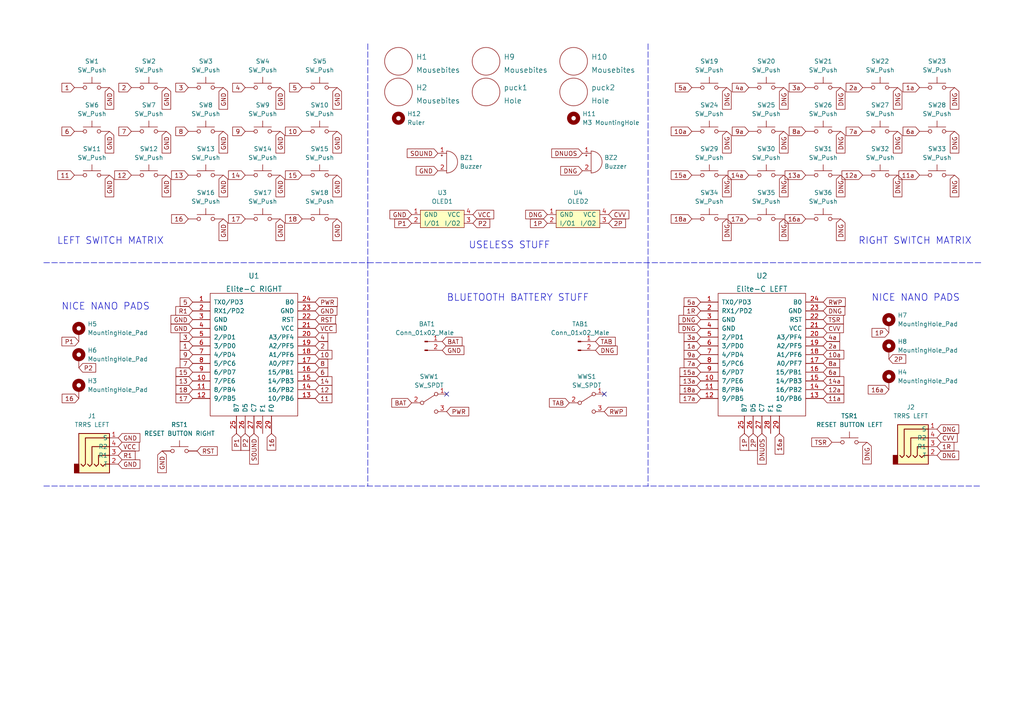
<source format=kicad_sch>
(kicad_sch (version 20211123) (generator eeschema)
  (paper "A4")
  (lib_symbols
    (symbol "AudioJack4_1"
      (property "Reference" "J1" (at -2.54 8.89 0))
      (property "Value" "AudioJack4_1" (at -2.54 6.35 0))
      (symbol "AudioJack4_1_0_1"
        (rectangle (start -6.35 -5.08) (end -7.62 -7.62) (stroke (width 0.254)) (fill (type outline)))
        (polyline (pts (xy 0 -5.08) (xy 0.635 -5.715) (xy 1.27 -5.08) (xy 2.54 -5.08)) (stroke (width 0.254)))
        (polyline (pts (xy -5.715 -5.08) (xy -5.08 -5.715) (xy -4.445 -5.08) (xy -4.445 2.54) (xy 2.54 2.54)) (stroke (width 0.254)))
        (polyline (pts (xy -1.905 -5.08) (xy -1.27 -5.715) (xy -0.635 -5.08) (xy -0.635 -2.54) (xy 2.54 -2.54)) (stroke (width 0.254)))
        (polyline (pts (xy 2.54 0) (xy -2.54 0) (xy -2.54 -5.08) (xy -3.175 -5.715) (xy -3.81 -5.08)) (stroke (width 0.254)))
        (rectangle (start 2.54 3.81) (end -6.35 -7.62) (stroke (width 0.254)) (fill (type background)))
      )
      (symbol "AudioJack4_1_1_1"
        (pin passive line (at 5.08 2.54 180) (length 2.54) (name "S") (number "1"))
        (pin passive line (at 5.08 -5.08 180) (length 2.54) (name "T") (number "2"))
        (pin passive line (at 5.08 -2.54 180) (length 2.54) (name "R1") (number "3"))
        (pin passive line (at 5.08 0 180) (length 2.54) (name "R2") (number "4"))
      )
    )
    (symbol "Connector:Conn_01x02_Male" (pin_names (offset 1.016) hide)
      (property "Reference" "J" (at 0 2.54 0))
      (property "Value" "Conn_01x02_Male" (at 0 -5.08 0))
      (symbol "Conn_01x02_Male_1_1"
        (polyline (pts (xy 1.27 -2.54) (xy 0.8636 -2.54)) (stroke (width 0.1524)))
        (polyline (pts (xy 1.27 0) (xy 0.8636 0)) (stroke (width 0.1524)))
        (rectangle (start 0.8636 -2.413) (end 0 -2.667) (stroke (width 0.1524)) (fill (type outline)))
        (rectangle (start 0.8636 0.127) (end 0 -0.127) (stroke (width 0.1524)) (fill (type outline)))
        (pin passive line (at 5.08 0 180) (length 3.81) (name "Pin_1") (number "1"))
        (pin passive line (at 5.08 -2.54 180) (length 3.81) (name "Pin_2") (number "2"))
      )
    )
    (symbol "Device:Buzzer" (pin_names (offset 0.0254) hide)
      (property "Reference" "BZ" (at 3.81 1.27 0))
      (property "Value" "Buzzer" (at 3.81 -1.27 0))
      (symbol "Buzzer_0_1"
        (arc (start 0 -3.175) (mid 3.175 0) (end 0 3.175))
        (polyline (pts (xy -1.651 1.905) (xy -1.143 1.905)))
        (polyline (pts (xy -1.397 2.159) (xy -1.397 1.651)))
        (polyline (pts (xy 0 3.175) (xy 0 -3.175)))
      )
      (symbol "Buzzer_1_1"
        (pin passive line (at -2.54 2.54 0) (length 2.54) (name "-") (number "1"))
        (pin passive line (at -2.54 -2.54 0) (length 2.54) (name "+") (number "2"))
      )
    )
    (symbol "Keebio-Parts.pretty-master:Elite-C" (pin_names (offset 1.016))
      (property "Reference" "U" (at 0 0 0))
      (property "Value" "Elite-C" (at 0 2.54 0))
      (symbol "Elite-C_0_1"
        (rectangle (start 12.7 -19.05) (end -12.7 16.51))
      )
      (symbol "Elite-C_1_1"
        (pin input line (at -17.78 13.97 0) (length 5.08) (name "TX0/PD3") (number "1"))
        (pin input line (at -17.78 -8.89 0) (length 5.08) (name "7/PE6") (number "10"))
        (pin input line (at -17.78 -11.43 0) (length 5.08) (name "8/PB4") (number "11"))
        (pin input line (at -17.78 -13.97 0) (length 5.08) (name "9/PB5") (number "12"))
        (pin input line (at 17.78 -13.97 180) (length 5.08) (name "10/PB6") (number "13"))
        (pin input line (at 17.78 -11.43 180) (length 5.08) (name "16/PB2") (number "14"))
        (pin input line (at 17.78 -8.89 180) (length 5.08) (name "14/PB3") (number "15"))
        (pin input line (at 17.78 -6.35 180) (length 5.08) (name "15/PB1") (number "16"))
        (pin input line (at 17.78 -3.81 180) (length 5.08) (name "A0/PF7") (number "17"))
        (pin input line (at 17.78 -1.27 180) (length 5.08) (name "A1/PF6") (number "18"))
        (pin input line (at 17.78 1.27 180) (length 5.08) (name "A2/PF5") (number "19"))
        (pin input line (at -17.78 11.43 0) (length 5.08) (name "RX1/PD2") (number "2"))
        (pin input line (at 17.78 3.81 180) (length 5.08) (name "A3/PF4") (number "20"))
        (pin input line (at 17.78 6.35 180) (length 5.08) (name "VCC") (number "21"))
        (pin input line (at 17.78 8.89 180) (length 5.08) (name "RST") (number "22"))
        (pin input line (at 17.78 11.43 180) (length 5.08) (name "GND") (number "23"))
        (pin input line (at 17.78 13.97 180) (length 5.08) (name "B0") (number "24"))
        (pin input line (at -5.08 -24.13 90) (length 5.08) (name "B7") (number "25"))
        (pin input line (at -2.54 -24.13 90) (length 5.08) (name "D5") (number "26"))
        (pin input line (at 0 -24.13 90) (length 5.08) (name "C7") (number "27"))
        (pin input line (at 2.54 -24.13 90) (length 5.08) (name "F1") (number "28"))
        (pin input line (at 5.08 -24.13 90) (length 5.08) (name "F0") (number "29"))
        (pin input line (at -17.78 8.89 0) (length 5.08) (name "GND") (number "3"))
        (pin input line (at -17.78 6.35 0) (length 5.08) (name "GND") (number "4"))
        (pin input line (at -17.78 3.81 0) (length 5.08) (name "2/PD1") (number "5"))
        (pin input line (at -17.78 1.27 0) (length 5.08) (name "3/PD0") (number "6"))
        (pin input line (at -17.78 -1.27 0) (length 5.08) (name "4/PD4") (number "7"))
        (pin input line (at -17.78 -3.81 0) (length 5.08) (name "5/PC6") (number "8"))
        (pin input line (at -17.78 -6.35 0) (length 5.08) (name "6/PD7") (number "9"))
      )
    )
    (symbol "Keebio-Parts.pretty-master:Hole" (pin_names (offset 1.016))
      (property "Reference" "H" (at 0 -1.27 0))
      (property "Value" "Hole" (at 0 1.27 0))
      (symbol "Hole_0_1"
        (circle (center 0 0) (radius 4.0132))
      )
    )
    (symbol "Keebio-Parts.pretty-master:PRTR5V0U2X" (pin_names (offset 1.016))
      (property "Reference" "U" (at 0 7.62 0))
      (property "Value" "PRTR5V0U2X" (at 0 5.08 0))
      (symbol "PRTR5V0U2X_0_1"
        (rectangle (start -6.35 2.54) (end 6.35 -2.54) (fill (type background)))
      )
      (symbol "PRTR5V0U2X_1_1"
        (pin input line (at -8.89 1.27 0) (length 2.54) (name "GND") (number "1"))
        (pin input line (at -8.89 -1.27 0) (length 2.54) (name "I/O1") (number "2"))
        (pin input line (at 8.89 -1.27 180) (length 2.54) (name "I/O2") (number "3"))
        (pin input line (at 8.89 1.27 180) (length 2.54) (name "VCC") (number "4"))
      )
    )
    (symbol "Mechanical:MountingHole" (pin_names (offset 1.016))
      (property "Reference" "H" (at 0 5.08 0))
      (property "Value" "MountingHole" (at 0 3.175 0))
      (symbol "MountingHole_0_1"
        (circle (center 0 0) (radius 1.27) (stroke (width 1.27)))
      )
    )
    (symbol "Mechanical:MountingHole_Pad" (pin_numbers hide) (pin_names (offset 1.016) hide)
      (property "Reference" "H" (at 0 6.35 0))
      (property "Value" "MountingHole_Pad" (at 0 4.445 0))
      (symbol "MountingHole_Pad_0_1"
        (circle (center 0 1.27) (radius 1.27) (stroke (width 1.27)))
      )
      (symbol "MountingHole_Pad_1_1"
        (pin input line (at 0 -2.54 90) (length 2.54) (name "1") (number "1"))
      )
    )
    (symbol "Switch:SW_Push" (pin_numbers hide) (pin_names (offset 1.016) hide)
      (property "Reference" "SW" (at 1.27 2.54 0))
      (property "Value" "SW_Push" (at 0 -1.524 0))
      (symbol "SW_Push_0_1"
        (circle (center -2.032 0) (radius 0.508))
        (polyline (pts (xy 0 1.27) (xy 0 3.048)))
        (polyline (pts (xy 2.54 1.27) (xy -2.54 1.27)))
        (circle (center 2.032 0) (radius 0.508))
        (pin passive line (at -5.08 0 0) (length 2.54) (name "1") (number "1"))
        (pin passive line (at 5.08 0 180) (length 2.54) (name "2") (number "2"))
      )
    )
    (symbol "Switch:SW_SPDT" (pin_names (offset 0) hide)
      (property "Reference" "SW" (at 0 4.318 0))
      (property "Value" "SW_SPDT" (at 0 -5.08 0))
      (symbol "SW_SPDT_0_0"
        (circle (center -2.032 0) (radius 0.508))
        (circle (center 2.032 -2.54) (radius 0.508))
      )
      (symbol "SW_SPDT_0_1"
        (polyline (pts (xy -1.524 0.254) (xy 1.651 2.286)))
        (circle (center 2.032 2.54) (radius 0.508))
      )
      (symbol "SW_SPDT_1_1"
        (pin passive line (at 5.08 2.54 180) (length 2.54) (name "A") (number "1"))
        (pin passive line (at -5.08 0 0) (length 2.54) (name "B") (number "2"))
        (pin passive line (at 5.08 -2.54 180) (length 2.54) (name "C") (number "3"))
      )
    )
  )
  (no_connect (at 129.54 114.3))
  (no_connect (at 175.26 114.3))
  (polyline (pts (xy 12.7 140.97) (xy 284.48 140.97)))
  (polyline (pts (xy 106.68 76.2) (xy 187.96 76.2)))
  (polyline (pts (xy 187.96 76.2) (xy 187.96 140.97)))
  (polyline (pts (xy 106.68 12.7) (xy 106.68 76.2)))
  (polyline (pts (xy 12.7 76.2) (xy 106.68 76.2)))
  (polyline (pts (xy 284.48 76.2) (xy 187.96 76.2)))
  (polyline (pts (xy 106.68 76.2) (xy 106.68 140.97)))
  (polyline (pts (xy 187.96 12.7) (xy 187.96 76.2)))
  (text "RIGHT SWITCH MATRIX" (at 248.92 71.12 0) (effects (font (size 2 2)) (justify left bottom)))
  (text "NICE NANO PADS" (at 252.73 87.63 0) (effects (font (size 2 2)) (justify left bottom)))
  (text "USELESS STUFF" (at 135.89 72.39 0) (effects (font (size 2 2)) (justify left bottom)))
  (text "LEFT SWITCH MATRIX" (at 16.51 71.12 0) (effects (font (size 2 2)) (justify left bottom)))
  (text "BLUETOOTH BATTERY STUFF" (at 129.54 87.63 0) (effects (font (size 2 2)) (justify left bottom)))
  (text "NICE NANO PADS" (at 17.78 90.17 0) (effects (font (size 2 2)) (justify left bottom)))
  (global_label "10" (shape input) (at 87.63 38.1 180) (property "Intersheet References" "${INTERSHEET_REFS}" (effects hide)))
  (global_label "1P" (shape input) (at 257.81 96.52 180) (property "Intersheet References" "${INTERSHEET_REFS}" (effects hide)))
  (global_label "DNG" (shape input) (at 227.33 63.5 270) (property "Intersheet References" "${INTERSHEET_REFS}" (effects hide)))
  (global_label "GND" (shape input) (at 34.29 134.62 0) (property "Intersheet References" "${INTERSHEET_REFS}" (effects hide)))
  (global_label "17a" (shape input) (at 217.17 63.5 180) (property "Intersheet References" "${INTERSHEET_REFS}" (effects hide)))
  (global_label "DNG" (shape input) (at 227.33 38.1 270) (property "Intersheet References" "${INTERSHEET_REFS}" (effects hide)))
  (global_label "11a" (shape input) (at 238.76 115.57 0) (property "Intersheet References" "${INTERSHEET_REFS}" (effects hide)))
  (global_label "GND" (shape input) (at 55.88 95.25 180) (property "Intersheet References" "${INTERSHEET_REFS}" (effects hide)))
  (global_label "10a" (shape input) (at 238.76 102.87 0) (property "Intersheet References" "${INTERSHEET_REFS}" (effects hide)))
  (global_label "GND" (shape input) (at 31.75 38.1 270) (property "Intersheet References" "${INTERSHEET_REFS}" (effects hide)))
  (global_label "RST" (shape input) (at 57.15 130.81 0) (property "Intersheet References" "${INTERSHEET_REFS}" (effects hide)))
  (global_label "DNG" (shape input) (at 238.76 90.17 0) (property "Intersheet References" "${INTERSHEET_REFS}" (effects hide)))
  (global_label "17a" (shape input) (at 203.2 115.57 180) (property "Intersheet References" "${INTERSHEET_REFS}" (effects hide)))
  (global_label "DNG" (shape input) (at 203.2 92.71 180) (property "Intersheet References" "${INTERSHEET_REFS}" (effects hide)))
  (global_label "15" (shape input) (at 87.63 50.8 180) (property "Intersheet References" "${INTERSHEET_REFS}" (effects hide)))
  (global_label "16a" (shape input) (at 257.81 113.03 180) (property "Intersheet References" "${INTERSHEET_REFS}" (effects hide)))
  (global_label "DNG" (shape input) (at 260.35 50.8 270) (property "Intersheet References" "${INTERSHEET_REFS}" (effects hide)))
  (global_label "4" (shape input) (at 91.44 97.79 0) (property "Intersheet References" "${INTERSHEET_REFS}" (effects hide)))
  (global_label "14a" (shape input) (at 238.76 110.49 0) (property "Intersheet References" "${INTERSHEET_REFS}" (effects hide)))
  (global_label "11a" (shape input) (at 266.7 50.8 180) (property "Intersheet References" "${INTERSHEET_REFS}" (effects hide)))
  (global_label "8" (shape input) (at 54.61 38.1 180) (property "Intersheet References" "${INTERSHEET_REFS}" (effects hide)))
  (global_label "GND" (shape input) (at 48.26 25.4 270) (property "Intersheet References" "${INTERSHEET_REFS}" (effects hide)))
  (global_label "GND" (shape input) (at 31.75 25.4 270) (property "Intersheet References" "${INTERSHEET_REFS}" (effects hide)))
  (global_label "TAB" (shape input) (at 172.72 99.06 0) (property "Intersheet References" "${INTERSHEET_REFS}" (effects hide)))
  (global_label "18" (shape input) (at 55.88 113.03 180) (property "Intersheet References" "${INTERSHEET_REFS}" (effects hide)))
  (global_label "DNG" (shape input) (at 243.84 63.5 270) (property "Intersheet References" "${INTERSHEET_REFS}" (effects hide)))
  (global_label "18a" (shape input) (at 200.66 63.5 180) (property "Intersheet References" "${INTERSHEET_REFS}" (effects hide)))
  (global_label "16" (shape input) (at 54.61 63.5 180) (property "Intersheet References" "${INTERSHEET_REFS}" (effects hide)))
  (global_label "14a" (shape input) (at 217.17 50.8 180) (property "Intersheet References" "${INTERSHEET_REFS}" (effects hide)))
  (global_label "13a" (shape input) (at 233.68 50.8 180) (property "Intersheet References" "${INTERSHEET_REFS}" (effects hide)))
  (global_label "11" (shape input) (at 21.59 50.8 180) (property "Intersheet References" "${INTERSHEET_REFS}" (effects hide)))
  (global_label "RWP" (shape input) (at 238.76 87.63 0) (property "Intersheet References" "${INTERSHEET_REFS}" (effects hide)))
  (global_label "7a" (shape input) (at 250.19 38.1 180) (property "Intersheet References" "${INTERSHEET_REFS}" (effects hide)))
  (global_label "TSR" (shape input) (at 241.3 128.27 180) (property "Intersheet References" "${INTERSHEET_REFS}" (effects hide)))
  (global_label "8a" (shape input) (at 238.76 105.41 0) (property "Intersheet References" "${INTERSHEET_REFS}" (effects hide)))
  (global_label "GND" (shape input) (at 48.26 50.8 270) (property "Intersheet References" "${INTERSHEET_REFS}" (effects hide)))
  (global_label "DNG" (shape input) (at 168.91 49.53 180) (property "Intersheet References" "${INTERSHEET_REFS}" (effects hide)))
  (global_label "DNG" (shape input) (at 172.72 101.6 0) (property "Intersheet References" "${INTERSHEET_REFS}" (effects hide)))
  (global_label "2a" (shape input) (at 238.76 100.33 0) (property "Intersheet References" "${INTERSHEET_REFS}" (effects hide)))
  (global_label "9a" (shape input) (at 217.17 38.1 180) (property "Intersheet References" "${INTERSHEET_REFS}" (effects hide)))
  (global_label "9" (shape input) (at 55.88 102.87 180) (property "Intersheet References" "${INTERSHEET_REFS}" (effects hide)))
  (global_label "15a" (shape input) (at 203.2 107.95 180) (property "Intersheet References" "${INTERSHEET_REFS}" (effects hide)))
  (global_label "9" (shape input) (at 71.12 38.1 180) (property "Intersheet References" "${INTERSHEET_REFS}" (effects hide)))
  (global_label "GND" (shape input) (at 81.28 25.4 270) (property "Intersheet References" "${INTERSHEET_REFS}" (effects hide)))
  (global_label "4a" (shape input) (at 217.17 25.4 180) (property "Intersheet References" "${INTERSHEET_REFS}" (effects hide)))
  (global_label "DNG" (shape input) (at 271.78 132.08 0) (property "Intersheet References" "${INTERSHEET_REFS}" (effects hide)))
  (global_label "13" (shape input) (at 55.88 110.49 180) (property "Intersheet References" "${INTERSHEET_REFS}" (effects hide)))
  (global_label "11" (shape input) (at 91.44 115.57 0) (property "Intersheet References" "${INTERSHEET_REFS}" (effects hide)))
  (global_label "DNG" (shape input) (at 271.78 124.46 0) (property "Intersheet References" "${INTERSHEET_REFS}" (effects hide)))
  (global_label "DNUOS" (shape input) (at 168.91 44.45 180) (property "Intersheet References" "${INTERSHEET_REFS}" (effects hide)))
  (global_label "P1" (shape input) (at 119.38 64.77 180) (property "Intersheet References" "${INTERSHEET_REFS}" (effects hide)))
  (global_label "R1" (shape input) (at 34.29 132.08 0) (property "Intersheet References" "${INTERSHEET_REFS}" (effects hide)))
  (global_label "SOUND" (shape input) (at 127 44.45 180) (property "Intersheet References" "${INTERSHEET_REFS}" (effects hide)))
  (global_label "P1" (shape input) (at 22.86 99.06 180) (property "Intersheet References" "${INTERSHEET_REFS}" (effects hide)))
  (global_label "2a" (shape input) (at 250.19 25.4 180) (property "Intersheet References" "${INTERSHEET_REFS}" (effects hide)))
  (global_label "3a" (shape input) (at 203.2 97.79 180) (property "Intersheet References" "${INTERSHEET_REFS}" (effects hide)))
  (global_label "16a" (shape input) (at 233.68 63.5 180) (property "Intersheet References" "${INTERSHEET_REFS}" (effects hide)))
  (global_label "DNG" (shape input) (at 260.35 25.4 270) (property "Intersheet References" "${INTERSHEET_REFS}" (effects hide)))
  (global_label "R1" (shape input) (at 55.88 90.17 180) (property "Intersheet References" "${INTERSHEET_REFS}" (effects hide)))
  (global_label "GND" (shape input) (at 31.75 50.8 270) (property "Intersheet References" "${INTERSHEET_REFS}" (effects hide)))
  (global_label "DNG" (shape input) (at 227.33 25.4 270) (property "Intersheet References" "${INTERSHEET_REFS}" (effects hide)))
  (global_label "5a" (shape input) (at 203.2 87.63 180) (property "Intersheet References" "${INTERSHEET_REFS}" (effects hide)))
  (global_label "DNUOS" (shape input) (at 220.98 125.73 270) (property "Intersheet References" "${INTERSHEET_REFS}" (effects hide)))
  (global_label "DNG" (shape input) (at 243.84 25.4 270) (property "Intersheet References" "${INTERSHEET_REFS}" (effects hide)))
  (global_label "7" (shape input) (at 38.1 38.1 180) (property "Intersheet References" "${INTERSHEET_REFS}" (effects hide)))
  (global_label "VCC" (shape input) (at 91.44 95.25 0) (property "Intersheet References" "${INTERSHEET_REFS}" (effects hide)))
  (global_label "DNG" (shape input) (at 210.82 50.8 270) (property "Intersheet References" "${INTERSHEET_REFS}" (effects hide)))
  (global_label "GND" (shape input) (at 97.79 38.1 270) (property "Intersheet References" "${INTERSHEET_REFS}" (effects hide)))
  (global_label "15" (shape input) (at 55.88 107.95 180) (property "Intersheet References" "${INTERSHEET_REFS}" (effects hide)))
  (global_label "TSR" (shape input) (at 238.76 92.71 0) (property "Intersheet References" "${INTERSHEET_REFS}" (effects hide)))
  (global_label "GND" (shape input) (at 119.38 62.23 180) (property "Intersheet References" "${INTERSHEET_REFS}" (effects hide)))
  (global_label "2P" (shape input) (at 176.53 64.77 0) (property "Intersheet References" "${INTERSHEET_REFS}" (effects hide)))
  (global_label "5a" (shape input) (at 200.66 25.4 180) (property "Intersheet References" "${INTERSHEET_REFS}" (effects hide)))
  (global_label "3" (shape input) (at 54.61 25.4 180) (property "Intersheet References" "${INTERSHEET_REFS}" (effects hide)))
  (global_label "9a" (shape input) (at 203.2 102.87 180) (property "Intersheet References" "${INTERSHEET_REFS}" (effects hide)))
  (global_label "17" (shape input) (at 71.12 63.5 180) (property "Intersheet References" "${INTERSHEET_REFS}" (effects hide)))
  (global_label "BAT" (shape input) (at 119.38 116.84 180) (property "Intersheet References" "${INTERSHEET_REFS}" (effects hide)))
  (global_label "3" (shape input) (at 55.88 97.79 180) (property "Intersheet References" "${INTERSHEET_REFS}" (effects hide)))
  (global_label "1P" (shape input) (at 215.9 125.73 270) (property "Intersheet References" "${INTERSHEET_REFS}" (effects hide)))
  (global_label "1a" (shape input) (at 203.2 100.33 180) (property "Intersheet References" "${INTERSHEET_REFS}" (effects hide)))
  (global_label "DNG" (shape input) (at 210.82 25.4 270) (property "Intersheet References" "${INTERSHEET_REFS}" (effects hide)))
  (global_label "4a" (shape input) (at 238.76 97.79 0) (property "Intersheet References" "${INTERSHEET_REFS}" (effects hide)))
  (global_label "DNG" (shape input) (at 203.2 95.25 180) (property "Intersheet References" "${INTERSHEET_REFS}" (effects hide)))
  (global_label "RST" (shape input) (at 91.44 92.71 0) (property "Intersheet References" "${INTERSHEET_REFS}" (effects hide)))
  (global_label "18" (shape input) (at 87.63 63.5 180) (property "Intersheet References" "${INTERSHEET_REFS}" (effects hide)))
  (global_label "GND" (shape input) (at 97.79 63.5 270) (property "Intersheet References" "${INTERSHEET_REFS}" (effects hide)))
  (global_label "16" (shape input) (at 78.74 125.73 270) (property "Intersheet References" "${INTERSHEET_REFS}" (effects hide)))
  (global_label "GND" (shape input) (at 48.26 38.1 270) (property "Intersheet References" "${INTERSHEET_REFS}" (effects hide)))
  (global_label "TAB" (shape input) (at 165.1 116.84 180) (property "Intersheet References" "${INTERSHEET_REFS}" (effects hide)))
  (global_label "1R" (shape input) (at 271.78 129.54 0) (property "Intersheet References" "${INTERSHEET_REFS}" (effects hide)))
  (global_label "PWR" (shape input) (at 129.54 119.38 0) (property "Intersheet References" "${INTERSHEET_REFS}" (effects hide)))
  (global_label "2" (shape input) (at 91.44 100.33 0) (property "Intersheet References" "${INTERSHEET_REFS}" (effects hide)))
  (global_label "BAT" (shape input) (at 128.27 99.06 0) (property "Intersheet References" "${INTERSHEET_REFS}" (effects hide)))
  (global_label "DNG" (shape input) (at 158.75 62.23 180) (property "Intersheet References" "${INTERSHEET_REFS}" (effects hide)))
  (global_label "GND" (shape input) (at 97.79 25.4 270) (property "Intersheet References" "${INTERSHEET_REFS}" (effects hide)))
  (global_label "1P" (shape input) (at 158.75 64.77 180) (property "Intersheet References" "${INTERSHEET_REFS}" (effects hide)))
  (global_label "GND" (shape input) (at 55.88 92.71 180) (property "Intersheet References" "${INTERSHEET_REFS}" (effects hide)))
  (global_label "DNG" (shape input) (at 227.33 50.8 270) (property "Intersheet References" "${INTERSHEET_REFS}" (effects hide)))
  (global_label "DNG" (shape input) (at 251.46 128.27 270) (property "Intersheet References" "${INTERSHEET_REFS}" (effects hide)))
  (global_label "6a" (shape input) (at 266.7 38.1 180) (property "Intersheet References" "${INTERSHEET_REFS}" (effects hide)))
  (global_label "14" (shape input) (at 71.12 50.8 180) (property "Intersheet References" "${INTERSHEET_REFS}" (effects hide)))
  (global_label "8a" (shape input) (at 233.68 38.1 180) (property "Intersheet References" "${INTERSHEET_REFS}" (effects hide)))
  (global_label "10a" (shape input) (at 200.66 38.1 180) (property "Intersheet References" "${INTERSHEET_REFS}" (effects hide)))
  (global_label "VCC" (shape input) (at 137.16 62.23 0) (property "Intersheet References" "${INTERSHEET_REFS}" (effects hide)))
  (global_label "GND" (shape input) (at 128.27 101.6 0) (property "Intersheet References" "${INTERSHEET_REFS}" (effects hide)))
  (global_label "6" (shape input) (at 21.59 38.1 180) (property "Intersheet References" "${INTERSHEET_REFS}" (effects hide)))
  (global_label "5" (shape input) (at 55.88 87.63 180) (property "Intersheet References" "${INTERSHEET_REFS}" (effects hide)))
  (global_label "GND" (shape input) (at 64.77 25.4 270) (property "Intersheet References" "${INTERSHEET_REFS}" (effects hide)))
  (global_label "SOUND" (shape input) (at 73.66 125.73 270) (property "Intersheet References" "${INTERSHEET_REFS}" (effects hide)))
  (global_label "DNG" (shape input) (at 260.35 38.1 270) (property "Intersheet References" "${INTERSHEET_REFS}" (effects hide)))
  (global_label "13" (shape input) (at 54.61 50.8 180) (property "Intersheet References" "${INTERSHEET_REFS}" (effects hide)))
  (global_label "12" (shape input) (at 91.44 113.03 0) (property "Intersheet References" "${INTERSHEET_REFS}" (effects hide)))
  (global_label "2" (shape input) (at 38.1 25.4 180) (property "Intersheet References" "${INTERSHEET_REFS}" (effects hide)))
  (global_label "12" (shape input) (at 38.1 50.8 180) (property "Intersheet References" "${INTERSHEET_REFS}" (effects hide)))
  (global_label "16" (shape input) (at 22.86 115.57 180) (property "Intersheet References" "${INTERSHEET_REFS}" (effects hide)))
  (global_label "GND" (shape input) (at 64.77 63.5 270) (property "Intersheet References" "${INTERSHEET_REFS}" (effects hide)))
  (global_label "7a" (shape input) (at 203.2 105.41 180) (property "Intersheet References" "${INTERSHEET_REFS}" (effects hide)))
  (global_label "10" (shape input) (at 91.44 102.87 0) (property "Intersheet References" "${INTERSHEET_REFS}" (effects hide)))
  (global_label "15a" (shape input) (at 200.66 50.8 180) (property "Intersheet References" "${INTERSHEET_REFS}" (effects hide)))
  (global_label "17" (shape input) (at 55.88 115.57 180) (property "Intersheet References" "${INTERSHEET_REFS}" (effects hide)))
  (global_label "4" (shape input) (at 71.12 25.4 180) (property "Intersheet References" "${INTERSHEET_REFS}" (effects hide)))
  (global_label "RWP" (shape input) (at 175.26 119.38 0) (property "Intersheet References" "${INTERSHEET_REFS}" (effects hide)))
  (global_label "CVV" (shape input) (at 271.78 127 0) (property "Intersheet References" "${INTERSHEET_REFS}" (effects hide)))
  (global_label "6a" (shape input) (at 238.76 107.95 0) (property "Intersheet References" "${INTERSHEET_REFS}" (effects hide)))
  (global_label "12a" (shape input) (at 238.76 113.03 0) (property "Intersheet References" "${INTERSHEET_REFS}" (effects hide)))
  (global_label "DNG" (shape input) (at 210.82 38.1 270) (property "Intersheet References" "${INTERSHEET_REFS}" (effects hide)))
  (global_label "DNG" (shape input) (at 243.84 38.1 270) (property "Intersheet References" "${INTERSHEET_REFS}" (effects hide)))
  (global_label "GND" (shape input) (at 64.77 50.8 270) (property "Intersheet References" "${INTERSHEET_REFS}" (effects hide)))
  (global_label "3a" (shape input) (at 233.68 25.4 180) (property "Intersheet References" "${INTERSHEET_REFS}" (effects hide)))
  (global_label "P2" (shape input) (at 22.86 106.68 0) (property "Intersheet References" "${INTERSHEET_REFS}" (effects hide)))
  (global_label "GND" (shape input) (at 127 49.53 180) (property "Intersheet References" "${INTERSHEET_REFS}" (effects hide)))
  (global_label "DNG" (shape input) (at 276.86 50.8 270) (property "Intersheet References" "${INTERSHEET_REFS}" (effects hide)))
  (global_label "DNG" (shape input) (at 243.84 50.8 270) (property "Intersheet References" "${INTERSHEET_REFS}" (effects hide)))
  (global_label "GND" (shape input) (at 81.28 38.1 270) (property "Intersheet References" "${INTERSHEET_REFS}" (effects hide)))
  (global_label "1" (shape input) (at 21.59 25.4 180) (property "Intersheet References" "${INTERSHEET_REFS}" (effects hide)))
  (global_label "16a" (shape input) (at 226.06 125.73 270) (property "Intersheet References" "${INTERSHEET_REFS}" (effects hide)))
  (global_label "DNG" (shape input) (at 276.86 38.1 270) (property "Intersheet References" "${INTERSHEET_REFS}" (effects hide)))
  (global_label "12a" (shape input) (at 250.19 50.8 180) (property "Intersheet References" "${INTERSHEET_REFS}" (effects hide)))
  (global_label "5" (shape input) (at 87.63 25.4 180) (property "Intersheet References" "${INTERSHEET_REFS}" (effects hide)))
  (global_label "GND" (shape input) (at 46.99 130.81 270) (property "Intersheet References" "${INTERSHEET_REFS}" (effects hide)))
  (global_label "P2" (shape input) (at 71.12 125.73 270) (property "Intersheet References" "${INTERSHEET_REFS}" (effects hide)))
  (global_label "GND" (shape input) (at 97.79 50.8 270) (property "Intersheet References" "${INTERSHEET_REFS}" (effects hide)))
  (global_label "CVV" (shape input) (at 238.76 95.25 0) (property "Intersheet References" "${INTERSHEET_REFS}" (effects hide)))
  (global_label "8" (shape input) (at 91.44 105.41 0) (property "Intersheet References" "${INTERSHEET_REFS}" (effects hide)))
  (global_label "GND" (shape input) (at 81.28 50.8 270) (property "Intersheet References" "${INTERSHEET_REFS}" (effects hide)))
  (global_label "2P" (shape input) (at 218.44 125.73 270) (property "Intersheet References" "${INTERSHEET_REFS}" (effects hide)))
  (global_label "P2" (shape input) (at 137.16 64.77 0) (property "Intersheet References" "${INTERSHEET_REFS}" (effects hide)))
  (global_label "GND" (shape input) (at 81.28 63.5 270) (property "Intersheet References" "${INTERSHEET_REFS}" (effects hide)))
  (global_label "CVV" (shape input) (at 176.53 62.23 0) (property "Intersheet References" "${INTERSHEET_REFS}" (effects hide)))
  (global_label "DNG" (shape input) (at 210.82 63.5 270) (property "Intersheet References" "${INTERSHEET_REFS}" (effects hide)))
  (global_label "DNG" (shape input) (at 276.86 25.4 270) (property "Intersheet References" "${INTERSHEET_REFS}" (effects hide)))
  (global_label "13a" (shape input) (at 203.2 110.49 180) (property "Intersheet References" "${INTERSHEET_REFS}" (effects hide)))
  (global_label "GND" (shape input) (at 64.77 38.1 270) (property "Intersheet References" "${INTERSHEET_REFS}" (effects hide)))
  (global_label "P1" (shape input) (at 68.58 125.73 270) (property "Intersheet References" "${INTERSHEET_REFS}" (effects hide)))
  (global_label "1" (shape input) (at 55.88 100.33 180) (property "Intersheet References" "${INTERSHEET_REFS}" (effects hide)))
  (global_label "1a" (shape input) (at 266.7 25.4 180) (property "Intersheet References" "${INTERSHEET_REFS}" (effects hide)))
  (global_label "2P" (shape input) (at 257.81 104.14 0) (property "Intersheet References" "${INTERSHEET_REFS}" (effects hide)))
  (global_label "18a" (shape input) (at 203.2 113.03 180) (property "Intersheet References" "${INTERSHEET_REFS}" (effects hide)))
  (global_label "GND" (shape input) (at 34.29 127 0) (property "Intersheet References" "${INTERSHEET_REFS}" (effects hide)))
  (global_label "14" (shape input) (at 91.44 110.49 0) (property "Intersheet References" "${INTERSHEET_REFS}" (effects hide)))
  (global_label "VCC" (shape input) (at 34.29 129.54 0) (property "Intersheet References" "${INTERSHEET_REFS}" (effects hide)))
  (global_label "6" (shape input) (at 91.44 107.95 0) (property "Intersheet References" "${INTERSHEET_REFS}" (effects hide)))
  (global_label "GND" (shape input) (at 91.44 90.17 0) (property "Intersheet References" "${INTERSHEET_REFS}" (effects hide)))
  (global_label "7" (shape input) (at 55.88 105.41 180) (property "Intersheet References" "${INTERSHEET_REFS}" (effects hide)))
  (global_label "PWR" (shape input) (at 91.44 87.63 0) (property "Intersheet References" "${INTERSHEET_REFS}" (effects hide)))
  (global_label "1R" (shape input) (at 203.2 90.17 180) (property "Intersheet References" "${INTERSHEET_REFS}" (effects hide)))
  (symbol (lib_id "Keebio-Parts.pretty-master:PRTR5V0U2X") (at 128.27 63.5 0) (unit 1)
    (property "Reference" "U3" (at 128.27 55.88 0))
    (property "Value" "OLED1" (at 128.27 58.42 0))
    (property "Footprint" "Keebio-Parts.pretty-master:I2C_Breakout" (effects hide))
  )
  (symbol (lib_id "Switch:SW_SPDT") (at 124.46 116.84 0) (unit 1)
    (property "Reference" "SWW1" (at 124.46 109.22 0))
    (property "Value" "SW_SPDT" (at 124.46 111.76 0))
    (property "Footprint" "Beibob:SW_SPDT_PCM12" (effects hide))
  )
  (symbol (lib_id "Mechanical:MountingHole_Pad") (at 257.81 101.6 0) (unit 1)
    (property "Reference" "H8" (at 260.35 99.0599 0) (effects (justify left)))
    (property "Value" "MountingHole_Pad" (at 260.35 101.5999 0) (effects (justify left)))
    (property "Footprint" "Keebio-Parts.pretty-master:SinglePad" (effects hide))
  )
  (symbol (lib_id "Keebio-Parts.pretty-master:Hole") (at 166.37 26.67 0) (unit 1)
    (property "Reference" "puck2" (at 171.45 25.4 0) (effects (font (size 1.524 1.524)) (justify left)))
    (property "Value" "Hole" (at 171.45 29.21 0) (effects (font (size 1.524 1.524)) (justify left)))
    (property "Footprint" "Beibob:Tenting_Puck" (effects hide))
  )
  (symbol (lib_id "Switch:SW_Push") (at 59.69 50.8 0) (unit 1)
    (property "Reference" "SW13" (at 59.69 43.18 0))
    (property "Value" "SW_Push" (at 59.69 45.72 0))
    (property "Footprint" "Beibob:Kailh_socket_PG1350_optional" (effects hide))
  )
  (symbol (lib_id "Device:Buzzer") (at 129.54 46.99 0) (unit 1)
    (property "Reference" "BZ1" (at 133.35 45.7199 0) (effects (justify left)))
    (property "Value" "Buzzer" (at 133.35 48.2599 0) (effects (justify left)))
    (property "Footprint" "Buzzer_Beeper:Buzzer_Mallory_AST1109MLTRQ" (effects hide))
  )
  (symbol (lib_id "Switch:SW_Push") (at 246.38 128.27 0) (unit 1)
    (property "Reference" "TSR1" (at 246.38 120.65 0))
    (property "Value" "RESET BUTTON LEFT" (at 246.38 123.19 0))
    (property "Footprint" "Beibob:ResetSW" (effects hide))
  )
  (symbol (lib_id "Switch:SW_Push") (at 238.76 38.1 0) (unit 1)
    (property "Reference" "SW26" (at 238.76 30.48 0))
    (property "Value" "SW_Push" (at 238.76 33.02 0))
    (property "Footprint" "Beibob:Kailh_socket_PG1350_optional" (effects hide))
  )
  (symbol (lib_id "Switch:SW_Push") (at 76.2 25.4 0) (unit 1)
    (property "Reference" "SW4" (at 76.2 17.78 0))
    (property "Value" "SW_Push" (at 76.2 20.32 0))
    (property "Footprint" "Beibob:Kailh_socket_PG1350_optional" (effects hide))
  )
  (symbol (lib_id "Connector:Conn_01x02_Male") (at 123.19 99.06 0) (unit 1)
    (property "Reference" "BAT1" (at 123.825 93.98 0))
    (property "Value" "Conn_01x02_Male" (at 123.19 96.52 0))
    (property "Footprint" "Beibob:BAT" (effects hide))
  )
  (symbol (lib_id "Mechanical:MountingHole_Pad") (at 22.86 113.03 0) (unit 1)
    (property "Reference" "H3" (at 25.4 110.4899 0) (effects (justify left)))
    (property "Value" "MountingHole_Pad" (at 25.4 113.0299 0) (effects (justify left)))
    (property "Footprint" "Keebio-Parts.pretty-master:SinglePad" (effects hide))
  )
  (symbol (lib_id "Switch:SW_Push") (at 76.2 50.8 0) (unit 1)
    (property "Reference" "SW14" (at 76.2 43.18 0))
    (property "Value" "SW_Push" (at 76.2 45.72 0))
    (property "Footprint" "Beibob:Kailh_socket_PG1350_optional" (effects hide))
  )
  (symbol (lib_id "Switch:SW_Push") (at 205.74 38.1 0) (unit 1)
    (property "Reference" "SW24" (at 205.74 30.48 0))
    (property "Value" "SW_Push" (at 205.74 33.02 0))
    (property "Footprint" "Beibob:Kailh_socket_PG1350_optional" (effects hide))
  )
  (symbol (lib_id "Switch:SW_Push") (at 59.69 25.4 0) (unit 1)
    (property "Reference" "SW3" (at 59.69 17.78 0))
    (property "Value" "SW_Push" (at 59.69 20.32 0))
    (property "Footprint" "Beibob:Kailh_socket_PG1350_optional" (effects hide))
  )
  (symbol (lib_id "Keebio-Parts.pretty-master:Hole") (at 115.57 17.78 0) (unit 1)
    (property "Reference" "H1" (at 120.65 16.51 0) (effects (font (size 1.524 1.524)) (justify left)))
    (property "Value" "Mousebites" (at 120.65 20.32 0) (effects (font (size 1.524 1.524)) (justify left)))
    (property "Footprint" "Keebio-Parts.pretty-master:breakaway-mousebites" (effects hide))
  )
  (symbol (lib_id "Switch:SW_Push") (at 76.2 38.1 0) (unit 1)
    (property "Reference" "SW9" (at 76.2 30.48 0))
    (property "Value" "SW_Push" (at 76.2 33.02 0))
    (property "Footprint" "Beibob:Kailh_socket_PG1350_optional" (effects hide))
  )
  (symbol (lib_id "Switch:SW_Push") (at 255.27 25.4 0) (unit 1)
    (property "Reference" "SW22" (at 255.27 17.78 0))
    (property "Value" "SW_Push" (at 255.27 20.32 0))
    (property "Footprint" "Beibob:Kailh_socket_PG1350_optional" (effects hide))
  )
  (symbol (lib_id "Switch:SW_Push") (at 255.27 38.1 0) (unit 1)
    (property "Reference" "SW27" (at 255.27 30.48 0))
    (property "Value" "SW_Push" (at 255.27 33.02 0))
    (property "Footprint" "Beibob:Kailh_socket_PG1350_optional" (effects hide))
  )
  (symbol (lib_id "Switch:SW_Push") (at 92.71 63.5 0) (unit 1)
    (property "Reference" "SW18" (at 92.71 55.88 0))
    (property "Value" "SW_Push" (at 92.71 58.42 0))
    (property "Footprint" "Beibob:Kailh_socket_PG1350_optional" (effects hide))
  )
  (symbol (lib_id "Switch:SW_Push") (at 26.67 38.1 0) (unit 1)
    (property "Reference" "SW6" (at 26.67 30.48 0))
    (property "Value" "SW_Push" (at 26.67 33.02 0))
    (property "Footprint" "Beibob:Kailh_socket_PG1350_optional" (effects hide))
  )
  (symbol (lib_id "Keebio-Parts.pretty-master:Hole") (at 115.57 26.67 0) (unit 1)
    (property "Reference" "H2" (at 120.65 25.4 0) (effects (font (size 1.524 1.524)) (justify left)))
    (property "Value" "Mousebites" (at 120.65 29.21 0) (effects (font (size 1.524 1.524)) (justify left)))
    (property "Footprint" "Keebio-Parts.pretty-master:breakaway-mousebites" (effects hide))
  )
  (symbol (lib_id "Mechanical:MountingHole_Pad") (at 257.81 93.98 0) (unit 1)
    (property "Reference" "H7" (at 260.35 91.4399 0) (effects (justify left)))
    (property "Value" "MountingHole_Pad" (at 260.35 93.9799 0) (effects (justify left)))
    (property "Footprint" "Keebio-Parts.pretty-master:SinglePad" (effects hide))
  )
  (symbol (lib_id "Switch:SW_Push") (at 222.25 63.5 0) (unit 1)
    (property "Reference" "SW35" (at 222.25 55.88 0))
    (property "Value" "SW_Push" (at 222.25 58.42 0))
    (property "Footprint" "Beibob:Kailh_socket_PG1350_optional" (effects hide))
  )
  (symbol (lib_id "Device:Buzzer") (at 171.45 46.99 0) (unit 1)
    (property "Reference" "BZ2" (at 175.26 45.7199 0) (effects (justify left)))
    (property "Value" "Buzzer" (at 175.26 48.2599 0) (effects (justify left)))
    (property "Footprint" "Buzzer_Beeper:Buzzer_Mallory_AST1109MLTRQ" (effects hide))
  )
  (symbol (lib_id "Switch:SW_Push") (at 255.27 50.8 0) (unit 1)
    (property "Reference" "SW32" (at 255.27 43.18 0))
    (property "Value" "SW_Push" (at 255.27 45.72 0))
    (property "Footprint" "Beibob:Kailh_socket_PG1350_optional" (effects hide))
  )
  (symbol (lib_id "Connector:Conn_01x02_Male") (at 167.64 99.06 0) (unit 1)
    (property "Reference" "TAB1" (at 168.275 93.98 0))
    (property "Value" "Conn_01x02_Male" (at 168.275 96.52 0))
    (property "Footprint" "Beibob:BAT" (effects hide))
  )
  (symbol (lib_id "Mechanical:MountingHole_Pad") (at 257.81 110.49 0) (unit 1)
    (property "Reference" "H4" (at 260.35 107.9499 0) (effects (justify left)))
    (property "Value" "MountingHole_Pad" (at 260.35 110.4899 0) (effects (justify left)))
    (property "Footprint" "Keebio-Parts.pretty-master:SinglePad" (effects hide))
  )
  (symbol (lib_id "Switch:SW_Push") (at 26.67 25.4 0) (unit 1)
    (property "Reference" "SW1" (at 26.67 17.78 0))
    (property "Value" "SW_Push" (at 26.67 20.32 0))
    (property "Footprint" "Beibob:Kailh_socket_PG1350_optional" (effects hide))
  )
  (symbol (lib_id "Switch:SW_Push") (at 92.71 50.8 0) (unit 1)
    (property "Reference" "SW15" (at 92.71 43.18 0))
    (property "Value" "SW_Push" (at 92.71 45.72 0))
    (property "Footprint" "Beibob:Kailh_socket_PG1350_optional" (effects hide))
  )
  (symbol (lib_id "Switch:SW_Push") (at 43.18 50.8 0) (unit 1)
    (property "Reference" "SW12" (at 43.18 43.18 0))
    (property "Value" "SW_Push" (at 43.18 45.72 0))
    (property "Footprint" "Beibob:Kailh_socket_PG1350_optional" (effects hide))
  )
  (symbol (lib_id "Mechanical:MountingHole") (at 166.37 34.29 0) (unit 1)
    (property "Reference" "H11" (at 168.91 33.0199 0) (effects (justify left)))
    (property "Value" "M3 MountingHole" (at 168.91 35.5599 0) (effects (justify left)))
    (property "Footprint" "MountingHole:MountingHole_2.7mm_M2.5_DIN965" (effects hide))
  )
  (symbol (lib_id "Switch:SW_Push") (at 222.25 50.8 0) (unit 1)
    (property "Reference" "SW30" (at 222.25 43.18 0))
    (property "Value" "SW_Push" (at 222.25 45.72 0))
    (property "Footprint" "Beibob:Kailh_socket_PG1350_optional" (effects hide))
  )
  (symbol (lib_id "Mechanical:MountingHole_Pad") (at 22.86 96.52 0) (unit 1)
    (property "Reference" "H5" (at 25.4 93.9799 0) (effects (justify left)))
    (property "Value" "MountingHole_Pad" (at 25.4 96.5199 0) (effects (justify left)))
    (property "Footprint" "Keebio-Parts.pretty-master:SinglePad" (effects hide))
  )
  (symbol (lib_id "Switch:SW_Push") (at 26.67 50.8 0) (unit 1)
    (property "Reference" "SW11" (at 26.67 43.18 0))
    (property "Value" "SW_Push" (at 26.67 45.72 0))
    (property "Footprint" "Beibob:Kailh_socket_PG1350_optional" (effects hide))
  )
  (symbol (lib_id "Switch:SW_Push") (at 238.76 25.4 0) (unit 1)
    (property "Reference" "SW21" (at 238.76 17.78 0))
    (property "Value" "SW_Push" (at 238.76 20.32 0))
    (property "Footprint" "Beibob:Kailh_socket_PG1350_optional" (effects hide))
  )
  (symbol (lib_id "Switch:SW_Push") (at 92.71 25.4 0) (unit 1)
    (property "Reference" "SW5" (at 92.71 17.78 0))
    (property "Value" "SW_Push" (at 92.71 20.32 0))
    (property "Footprint" "Beibob:Kailh_socket_PG1350_optional" (effects hide))
  )
  (symbol (lib_id "Switch:SW_Push") (at 76.2 63.5 0) (unit 1)
    (property "Reference" "SW17" (at 76.2 55.88 0))
    (property "Value" "SW_Push" (at 76.2 58.42 0))
    (property "Footprint" "Beibob:Kailh_socket_PG1350_optional" (effects hide))
  )
  (symbol (lib_id "Mechanical:MountingHole") (at 115.57 34.29 0) (unit 1)
    (property "Reference" "H12" (at 118.11 33.0199 0) (effects (justify left)))
    (property "Value" "Ruler" (at 118.11 35.5599 0) (effects (justify left)))
    (property "Footprint" "Calibration_Scale:Gauge_50mm_Type1_SilkScreenTop" (effects hide))
  )
  (symbol (lib_id "Keebio-Parts.pretty-master:Hole") (at 140.97 17.78 0) (unit 1)
    (property "Reference" "H9" (at 146.05 16.51 0) (effects (font (size 1.524 1.524)) (justify left)))
    (property "Value" "Mousebites" (at 146.05 20.32 0) (effects (font (size 1.524 1.524)) (justify left)))
    (property "Footprint" "Keebio-Parts.pretty-master:breakaway-mousebites" (effects hide))
  )
  (symbol (lib_id "Keebio-Parts.pretty-master:Elite-C") (at 73.66 101.6 0) (unit 1)
    (property "Reference" "U1" (at 73.66 80.01 0) (effects (font (size 1.524 1.524))))
    (property "Value" "Elite-C RIGHT" (at 73.66 83.82 0) (effects (font (size 1.524 1.524))))
    (property "Footprint" "Beibob:Elite-C" (effects hide))
  )
  (symbol (lib_id "Switch:SW_Push") (at 238.76 63.5 0) (unit 1)
    (property "Reference" "SW36" (at 238.76 55.88 0))
    (property "Value" "SW_Push" (at 238.76 58.42 0))
    (property "Footprint" "Beibob:Kailh_socket_PG1350_optional" (effects hide))
  )
  (symbol (lib_id "Mechanical:MountingHole_Pad") (at 22.86 104.14 0) (unit 1)
    (property "Reference" "H6" (at 25.4 101.5999 0) (effects (justify left)))
    (property "Value" "MountingHole_Pad" (at 25.4 104.1399 0) (effects (justify left)))
    (property "Footprint" "Keebio-Parts.pretty-master:SinglePad" (effects hide))
  )
  (symbol (lib_name "AudioJack4_1") (lib_id "Connector:AudioJack4") (at 29.21 129.54 0) (unit 1)
    (property "Reference" "J1" (at 26.67 120.65 0))
    (property "Value" "TRRS LEFT" (at 26.67 123.19 0))
    (property "Footprint" "Keebio-Parts.pretty-master:TRRS-PJ-320A" (effects hide))
  )
  (symbol (lib_id "Switch:SW_Push") (at 59.69 38.1 0) (unit 1)
    (property "Reference" "SW8" (at 59.69 30.48 0))
    (property "Value" "SW_Push" (at 59.69 33.02 0))
    (property "Footprint" "Beibob:Kailh_socket_PG1350_optional" (effects hide))
  )
  (symbol (lib_id "Switch:SW_Push") (at 205.74 50.8 0) (unit 1)
    (property "Reference" "SW29" (at 205.74 43.18 0))
    (property "Value" "SW_Push" (at 205.74 45.72 0))
    (property "Footprint" "Beibob:Kailh_socket_PG1350_optional" (effects hide))
  )
  (symbol (lib_id "Switch:SW_Push") (at 59.69 63.5 0) (unit 1)
    (property "Reference" "SW16" (at 59.69 55.88 0))
    (property "Value" "SW_Push" (at 59.69 58.42 0))
    (property "Footprint" "Beibob:Kailh_socket_PG1350_optional" (effects hide))
  )
  (symbol (lib_id "Switch:SW_Push") (at 271.78 50.8 0) (unit 1)
    (property "Reference" "SW33" (at 271.78 43.18 0))
    (property "Value" "SW_Push" (at 271.78 45.72 0))
    (property "Footprint" "Beibob:Kailh_socket_PG1350_optional" (effects hide))
  )
  (symbol (lib_id "Switch:SW_Push") (at 52.07 130.81 0) (unit 1)
    (property "Reference" "RST1" (at 52.07 123.19 0))
    (property "Value" "RESET BUTTON RIGHT" (at 52.07 125.73 0))
    (property "Footprint" "Beibob:ResetSW" (effects hide))
  )
  (symbol (lib_id "Switch:SW_Push") (at 43.18 38.1 0) (unit 1)
    (property "Reference" "SW7" (at 43.18 30.48 0))
    (property "Value" "SW_Push" (at 43.18 33.02 0))
    (property "Footprint" "Beibob:Kailh_socket_PG1350_optional" (effects hide))
  )
  (symbol (lib_id "Switch:SW_Push") (at 205.74 63.5 0) (unit 1)
    (property "Reference" "SW34" (at 205.74 55.88 0))
    (property "Value" "SW_Push" (at 205.74 58.42 0))
    (property "Footprint" "Beibob:Kailh_socket_PG1350_optional" (effects hide))
  )
  (symbol (lib_id "Switch:SW_Push") (at 222.25 25.4 0) (unit 1)
    (property "Reference" "SW20" (at 222.25 17.78 0))
    (property "Value" "SW_Push" (at 222.25 20.32 0))
    (property "Footprint" "Beibob:Kailh_socket_PG1350_optional" (effects hide))
  )
  (symbol (lib_id "Switch:SW_SPDT") (at 170.18 116.84 0) (unit 1)
    (property "Reference" "WWS1" (at 170.18 109.22 0))
    (property "Value" "SW_SPDT" (at 170.18 111.76 0))
    (property "Footprint" "Beibob:SW_SPDT_PCM12" (effects hide))
  )
  (symbol (lib_id "Switch:SW_Push") (at 205.74 25.4 0) (unit 1)
    (property "Reference" "SW19" (at 205.74 17.78 0))
    (property "Value" "SW_Push" (at 205.74 20.32 0))
    (property "Footprint" "Beibob:Kailh_socket_PG1350_optional" (effects hide))
  )
  (symbol (lib_id "Switch:SW_Push") (at 222.25 38.1 0) (unit 1)
    (property "Reference" "SW25" (at 222.25 30.48 0))
    (property "Value" "SW_Push" (at 222.25 33.02 0))
    (property "Footprint" "Beibob:Kailh_socket_PG1350_optional" (effects hide))
  )
  (symbol (lib_id "Switch:SW_Push") (at 92.71 38.1 0) (unit 1)
    (property "Reference" "SW10" (at 92.71 30.48 0))
    (property "Value" "SW_Push" (at 92.71 33.02 0))
    (property "Footprint" "Beibob:Kailh_socket_PG1350_optional" (effects hide))
  )
  (symbol (lib_id "Switch:SW_Push") (at 271.78 38.1 0) (unit 1)
    (property "Reference" "SW28" (at 271.78 30.48 0))
    (property "Value" "SW_Push" (at 271.78 33.02 0))
    (property "Footprint" "Beibob:Kailh_socket_PG1350_optional" (effects hide))
  )
  (symbol (lib_id "Keebio-Parts.pretty-master:Elite-C") (at 220.98 101.6 0) (unit 1)
    (property "Reference" "U2" (at 220.98 80.01 0) (effects (font (size 1.524 1.524))))
    (property "Value" "Elite-C LEFT" (at 220.98 83.82 0) (effects (font (size 1.524 1.524))))
    (property "Footprint" "Beibob:Elite-C" (effects hide))
  )
  (symbol (lib_id "Keebio-Parts.pretty-master:Hole") (at 140.97 26.67 0) (unit 1)
    (property "Reference" "puck1" (at 146.05 25.4 0) (effects (font (size 1.524 1.524)) (justify left)))
    (property "Value" "Hole" (at 146.05 29.21 0) (effects (font (size 1.524 1.524)) (justify left)))
    (property "Footprint" "Beibob:Tenting_Puck" (effects hide))
  )
  (symbol (lib_id "Switch:SW_Push") (at 271.78 25.4 0) (unit 1)
    (property "Reference" "SW23" (at 271.78 17.78 0))
    (property "Value" "SW_Push" (at 271.78 20.32 0))
    (property "Footprint" "Beibob:Kailh_socket_PG1350_optional" (effects hide))
  )
  (symbol (lib_id "Switch:SW_Push") (at 43.18 25.4 0) (unit 1)
    (property "Reference" "SW2" (at 43.18 17.78 0))
    (property "Value" "SW_Push" (at 43.18 20.32 0))
    (property "Footprint" "Beibob:Kailh_socket_PG1350_optional" (effects hide))
  )
  (symbol (lib_id "Keebio-Parts.pretty-master:PRTR5V0U2X") (at 167.64 63.5 0) (unit 1)
    (property "Reference" "U4" (at 167.64 55.88 0))
    (property "Value" "OLED2" (at 167.64 58.42 0))
    (property "Footprint" "Keebio-Parts.pretty-master:I2C_Breakout" (effects hide))
  )
  (symbol (lib_name "AudioJack4_1") (lib_id "Connector:AudioJack4") (at 266.7 127 0) (unit 1)
    (property "Reference" "J2" (at 264.16 118.11 0))
    (property "Value" "TRRS LEFT" (at 264.16 120.65 0))
    (property "Footprint" "Keebio-Parts.pretty-master:TRRS-PJ-320A" (effects hide))
  )
  (symbol (lib_id "Switch:SW_Push") (at 238.76 50.8 0) (unit 1)
    (property "Reference" "SW31" (at 238.76 43.18 0))
    (property "Value" "SW_Push" (at 238.76 45.72 0))
    (property "Footprint" "Beibob:Kailh_socket_PG1350_optional" (effects hide))
  )
  (symbol (lib_id "Keebio-Parts.pretty-master:Hole") (at 166.37 17.78 0) (unit 1)
    (property "Reference" "H10" (at 171.45 16.51 0) (effects (font (size 1.524 1.524)) (justify left)))
    (property "Value" "Mousebites" (at 171.45 20.32 0) (effects (font (size 1.524 1.524)) (justify left)))
    (property "Footprint" "Keebio-Parts.pretty-master:breakaway-mousebites" (effects hide))
  )
)
</source>
